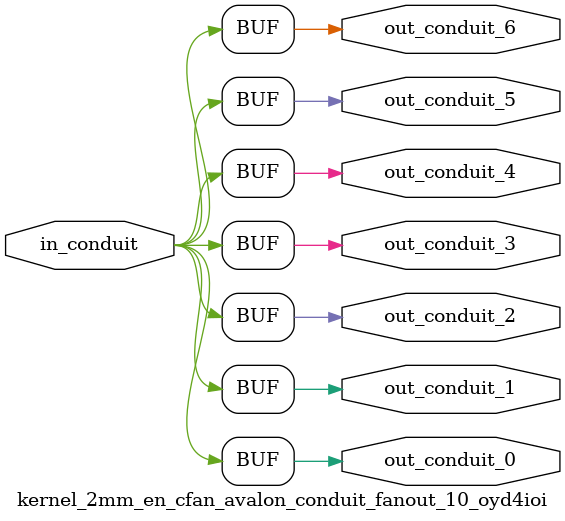
<source format=sv>


 


// --------------------------------------------------------------------------------
//| Avalon Conduit Fan-Out
// --------------------------------------------------------------------------------

// ------------------------------------------
// Generation parameters:
//   output_name:       kernel_2mm_en_cfan_avalon_conduit_fanout_10_oyd4ioi
//   numFanOut:         7
//   
// ------------------------------------------

module kernel_2mm_en_cfan_avalon_conduit_fanout_10_oyd4ioi (     

// Interface: out_conduit_0
 output                    out_conduit_0,
// Interface: out_conduit_1
 output                    out_conduit_1,
// Interface: out_conduit_2
 output                    out_conduit_2,
// Interface: out_conduit_3
 output                    out_conduit_3,
// Interface: out_conduit_4
 output                    out_conduit_4,
// Interface: out_conduit_5
 output                    out_conduit_5,
// Interface: out_conduit_6
 output                    out_conduit_6,

// Interface: in_conduit
 input                   in_conduit

);

   assign  out_conduit_0 = in_conduit;
   assign  out_conduit_1 = in_conduit;
   assign  out_conduit_2 = in_conduit;
   assign  out_conduit_3 = in_conduit;
   assign  out_conduit_4 = in_conduit;
   assign  out_conduit_5 = in_conduit;
   assign  out_conduit_6 = in_conduit;

endmodule //


</source>
